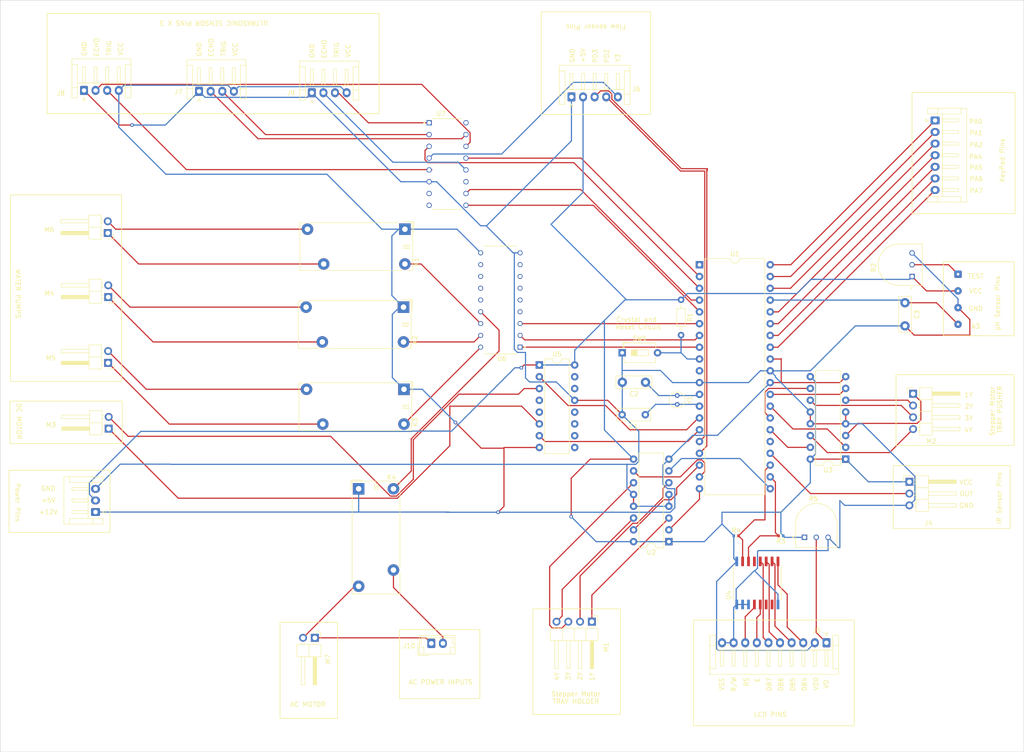
<source format=kicad_pcb>
(kicad_pcb (version 20211014) (generator pcbnew)
  (layers (0 "F.Cu" signal) (31 "B.Cu" signal) (34 "B.Paste" user) (35 "F.Paste" user) (36 "B.SilkS" user "B.Silkscreen") (37 "F.SilkS" user "F.Silkscreen") (38 "B.Mask" user) (39 "F.Mask" user) (44 "Edge.Cuts" user))
  (net 0 "")
  (net 1 "Net-(C1-Pad1)")
  (net 2 "GND")
  (net 3 "Net-(C2-Pad1)")
  (net 4 "Net-(C3-Pad1)")
  (net 5 "+12V")
  (net 6 "+5V")
  (net 7 "Net-(J2-Pad1)")
  (net 8 "Net-(J2-Pad2)")
  (net 9 "Net-(J2-Pad3)")
  (net 10 "Net-(J2-Pad4)")
  (net 11 "Net-(J2-Pad5)")
  (net 12 "Net-(J2-Pad6)")
  (net 13 "Net-(J2-Pad7)")
  (net 14 "Net-(J3-Pad1)")
  (net 15 "Net-(R1-Pad2)")
  (net 17 "Net-(K1-Pad3)")
  (net 18 "Net-(K1-Pad5)")
  (net 21 "Net-(M1-Pad1)")
  (net 22 "Net-(M1-Pad2)")
  (net 23 "Net-(M1-Pad3)")
  (net 24 "Net-(M1-Pad4)")
  (net 25 "Net-(M2-Pad1)")
  (net 26 "Net-(M2-Pad2)")
  (net 27 "Net-(M2-Pad3)")
  (net 28 "Net-(M2-Pad4)")
  (net 39 "Net-(J5-Pad6)")
  (net 40 "Net-(J5-Pad5)")
  (net 41 "Net-(J5-Pad4)")
  (net 42 "Net-(J5-Pad3)")
  (net 43 "Net-(J5-Pad1)")
  (net 44 "Net-(M3-Pad2)")
  (net 45 "Net-(M3-Pad1)")
  (net 46 "Net-(K2-Pad6)")
  (net 47 "Net-(K3-Pad6)")
  (net 48 "Net-(U1-Pad14)")
  (net 49 "Net-(U1-Pad15)")
  (net 50 "Net-(U1-Pad18)")
  (net 51 "Net-(U1-Pad19)")
  (net 52 "Net-(K2-Pad3)")
  (net 53 "Net-(K2-Pad5)")
  (net 54 "Net-(U1-Pad20)")
  (net 55 "Net-(U1-Pad21)")
  (net 56 "Net-(U1-Pad26)")
  (net 57 "Net-(U1-Pad27)")
  (net 58 "Net-(J5-Pad7)")
  (net 59 "Net-(J5-Pad8)")
  (net 60 "Net-(U1-Pad28)")
  (net 61 "Net-(K3-Pad3)")
  (net 62 "Net-(K3-Pad5)")
  (net 63 "Net-(U1-Pad29)")
  (net 64 "Net-(R3-Pad2)")
  (net 65 "Net-(R4-Pad2)")
  (net 66 "Net-(U1-Pad7)")
  (net 67 "Net-(U1-Pad8)")
  (net 69 "Net-(U1-Pad6)")
  (net 79 "Net-(K1-Pad6)")
  (net 80 "Net-(U1-Pad3)")
  (net 81 "Net-(U1-Pad4)")
  (net 82 "Net-(U1-Pad5)")
  (net 83 "Net-(J4-Pad2)")
  (net 84 "Net-(J6-Pad3)")
  (net 89 "Net-(J6-Pad4)")
  (net 90 "Net-(J6-Pad5)")
  (net 91 "Net-(J7-Pad3)")
  (net 92 "Net-(J7-Pad2)")
  (net 93 "Net-(J8-Pad2)")
  (net 94 "Net-(J8-Pad3)")
  (net 95 "Net-(J9-Pad2)")
  (net 96 "Net-(J9-Pad3)")
  (net 97 "Net-(U1-Pad2)")
  (net 98 "Net-(J10-Pad2)")
  (net 99 "Net-(K4-Pad3)")
  (net 100 "Net-(K4-Pad6)")
  (net 101 "Net-(J10-Pad1)")
  (footprint "Connector_PinHeader_2.54mm:PinHeader_1x04_P2.54mm_Horizontal" (layer "F.Cu") (at 393.6 343.625 -90)
    (fp_text reference "M1")
    (fp_text value "Stepper_Motor_bipolar")
  )
  (footprint "Package_DIP:DIP-16_W7.62mm" (layer "F.Cu") (at 410.2 326.375 180)
    (fp_text reference "U2")
    (fp_text value "L293D")
  )
  (footprint "Resistor_THT:R_Axial_DIN0204_L3.6mm_D1.6mm_P7.62mm_Horizontal" (layer "F.Cu") (at 412.82 274.25 -90)
    (fp_text reference "R1")
    (fp_text value "100k")
  )
  (footprint "Connector_JST:JST_EH_S7B-EH_1x07_P2.50mm_Horizontal" (layer "F.Cu") (at 467.5675 235.6 -90)
    (fp_text reference "J2")
    (fp_text value "Conn_01x07_Female")
  )
  (footprint "Connector_JST:JST_EH_B2B-EH-A_1x02_P2.50mm_Vertical" (layer "F.Cu") (at 359 348.3)
    (fp_text reference "J10")
    (fp_text value "Conn_01x02_Female")
  )
  (footprint "Connector_JST:JST_EH_S4B-EH_1x04_P2.50mm_Horizontal" (layer "F.Cu") (at 308.95 229.3325)
    (fp_text reference "J7")
    (fp_text value "Conn_01x04_Female")
  )
  (footprint "Connector_PinHeader_2.54mm:PinHeader_1x04_P2.54mm_Horizontal" (layer "F.Cu") (at 462.825 294.5)
    (fp_text reference "M2")
    (fp_text value "Stepper_Motor_bipolar")
  )
  (footprint "Relay_THT:Relay_1P1T_NO_10x24x18.8mm_Panasonic_ADW11xxxxW_THT" (layer "F.Cu") (at 353.0075 275.8425 -90)
    (fp_text reference "K2")
    (fp_text value "ADW11")
  )
  (footprint "Relay_THT:Relay_1P1T_NO_10x24x18.8mm_Panasonic_ADW11xxxxW_THT" (layer "F.Cu") (at 343.3425 314.9925)
    (fp_text reference "K4")
    (fp_text value "ADW11")
  )
  (footprint "Crystal:Crystal_C38-LF_D3.0mm_L8.0mm_Vertical" (layer "F.Cu") (at 411.99 294.89 -90)
    (fp_text reference "Y1")
    (fp_text value "16mhZ")
  )
  (footprint "Resistor_SMD:R_0402_1005Metric" (layer "F.Cu") (at 424.69 325.12)
    (fp_text reference "R4")
    (fp_text value "R_Small")
  )
  (footprint "Relay_THT:Relay_1P1T_NO_10x24x18.8mm_Panasonic_ADW11xxxxW_THT" (layer "F.Cu") (at 353.1075 293.5425 -90)
    (fp_text reference "K3")
    (fp_text value "ADW11")
  )
  (footprint "Connector_PinHeader_2.54mm:PinHeader_1x02_P2.54mm_Horizontal" (layer "F.Cu") (at 289.375 273.675 180)
    (fp_text reference "M4")
    (fp_text value "Motor_DC")
  )
  (footprint "Capacitor_THT:C_Disc_D7.5mm_W2.5mm_P5.00mm" (layer "F.Cu") (at 405.16 292.03 180)
    (fp_text reference "C2")
    (fp_text value "33pF")
  )
  (footprint "Connector_PinHeader_2.54mm:PinHeader_1x02_P2.54mm_Horizontal" (layer "F.Cu") (at 289.475 302.025 180)
    (fp_text reference "M3")
    (fp_text value "Motor_DC")
  )
  (footprint "Connector_JST:JST_EH_S3B-EH_1x03_P2.50mm_Horizontal" (layer "F.Cu") (at 286.6325 320 90)
    (fp_text reference "J1")
    (fp_text value "Conn_01x03_Female")
  )
  (footprint "Package_DIP:DIP-16_W7.62mm" (layer "F.Cu") (at 448.3 308.595 180)
    (fp_text reference "U3")
    (fp_text value "L293D")
  )
  (footprint "Package_DIP:DIP-16_W7.62mm" (layer "F.Cu") (at 382.28 288.305)
    (fp_text reference "U5")
    (fp_text value "L293D")
  )
  (footprint "variable resistor:TRIM_3352T-1-254LF" (layer "F.Cu") (at 441.96 322.58)
    (fp_text reference "R5")
    (fp_text value "3352T-1-254LF")
  )
  (footprint "variable resistor:TRIM_3352T-1-254LF" (layer "F.Cu") (at 459.74 266.7 90)
    (fp_text reference "R2")
    (fp_text value "3352T-1-254LF")
  )
  (footprint "Resistor_SMD:R_0402_1005Metric" (layer "F.Cu") (at 434.34 325.12 180)
    (fp_text reference "R3")
    (fp_text value "R_Small")
  )
  (footprint "Relay_THT:Relay_1P1T_NO_10x24x18.8mm_Panasonic_ADW11xxxxW_THT" (layer "F.Cu") (at 353.3075 259.0425 -90)
    (fp_text reference "K1")
    (fp_text value "ADW11")
  )
  (footprint "Connector_JST:JST_EH_S10B-EH_1x10_P2.50mm_Horizontal" (layer "F.Cu") (at 444.15 348.1675 180)
    (fp_text reference "J5")
    (fp_text value "Conn_01x07_Female")
  )
  (footprint "Capacitor_THT:C_Disc_D7.5mm_W2.5mm_P5.00mm" (layer "F.Cu") (at 461.08 274.885 -90)
    (fp_text reference "C3")
    (fp_text value "100uF")
  )
  (footprint "Connector_JST:JST_EH_S4B-EH_1x04_P2.50mm_Horizontal" (layer "F.Cu") (at 333.25 229.6325)
    (fp_text reference "J9")
    (fp_text value "Conn_01x04_Female")
  )
  (footprint "uln2803a:DIP850W46P254L2324H393Q18" (layer "F.Cu") (at 373.8875 274.3 180)
    (fp_text reference "U6")
    (fp_text value "ULN2803A")
  )
  (footprint "Connector_PinHeader_2.54mm:PinHeader_1x02_P2.54mm_Horizontal" (layer "F.Cu") (at 289.35 287.85 180)
    (fp_text reference "M5")
    (fp_text value "Motor_DC")
  )
  (footprint "waterpumps:DIP794W45P254L1969H508Q16" (layer "F.Cu") (at 362.5 245)
    (fp_text reference "U7")
    (fp_text value "4052")
  )
  (footprint "Connector_PinHeader_2.54mm:PinHeader_1x02_P2.54mm_Horizontal" (layer "F.Cu") (at 333.9 347.1 -90)
    (fp_text reference "M7")
    (fp_text value "Motor_AC")
  )
  (footprint "Connector_JST:JST_EH_S4B-EH_1x04_P2.50mm_Horizontal" (layer "F.Cu") (at 284.15 229.1325)
    (fp_text reference "J8")
    (fp_text value "Conn_01x04_Female")
  )
  (footprint "Connector_PinHeader_2.54mm:PinHeader_1x02_P2.54mm_Horizontal" (layer "F.Cu") (at 289.275 259.875 180)
    (fp_text reference "M6")
    (fp_text value "Motor_DC")
  )
  (footprint "Capacitor_THT:C_Disc_D7.0mm_W2.5mm_P5.00mm" (layer "F.Cu") (at 405.12 299.015 180)
    (fp_text reference "C1")
    (fp_text value "33pF")
  )
  (footprint "i2c part 3:SOIC127P1030X265-16N" (layer "F.Cu") (at 429.26 335.28 90)
    (fp_text reference "U4")
    (fp_text value "PCF8574A")
  )
  (footprint "Package_DIP:DIP-40_W15.24mm" (layer "F.Cu") (at 416.79 266.7)
    (fp_text reference "U1")
    (fp_text value "ATmega32-16P")
  )
  (footprint "Connector_PinHeader_2.54mm:PinHeader_1x03_P2.54mm_Horizontal" (layer "F.Cu") (at 462.025 313.475)
    (fp_text reference "J4")
    (fp_text value "Conn_01x03_Female")
  )
  (footprint "Button_Switch_THT:SW_DIP_SPSTx01_Slide_6.7x4.1mm_W7.62mm_P2.54mm_LowProfile" (layer "F.Cu") (at 400.13 285.68)
    (fp_text reference "SW1")
    (fp_text value "SW_DIP_x01")
  )
  (footprint "Connector_Wire:SolderWire-0.1sqmm_1x04_P3.6mm_D0.4mm_OD1mm" (layer "F.Cu") (at 472.51 268.745 -90)
    (fp_text reference "J3")
    (fp_text value "Conn_01x04_Female")
  )
  (footprint "Connector_JST:JST_EH_S5B-EH_1x05_P2.50mm_Horizontal" (layer "F.Cu") (at 389.2 230.5325)
    (fp_text reference "J6")
    (fp_text value "Conn_01x05_Female")
  )
  (gr_rect (start 382.7 212.2) (end 406.25 234.3) (layer "F.SilkS") (width 0.15) (fill none))
  (gr_rect (start 268.2 296.1) (end 292.4 305.25) (layer "F.SilkS") (width 0.15) (fill none))
  (gr_rect (start 326.4 343.75) (end 338.8 364.45) (layer "F.SilkS") (width 0.15) (fill none))
  (gr_rect (start 380.9 340.85) (end 399.75 363.6) (layer "F.SilkS") (width 0.15) (fill none))
  (gr_rect (start 458.55 310) (end 483.75 323.55) (layer "F.SilkS") (width 0.15) (fill none))
  (gr_rect (start 469.35 266.05) (end 484.6 282) (layer "F.SilkS") (width 0.15) (fill none))
  (gr_rect (start 268 311) (end 289.75 324.4) (layer "F.SilkS") (width 0.15) (fill none))
  (gr_rect (start 352.15 345.35) (end 369.45 360.2) (layer "F.SilkS") (width 0.15) (fill none))
  (gr_rect (start 276.2 212.55) (end 347.75 234.15) (layer "F.SilkS") (width 0.15) (fill none))
  (gr_rect (start 462.6 229.6) (end 484.8 255.7) (layer "F.SilkS") (width 0.15) (fill none))
  (gr_rect (start 459.15 290.4) (end 484.6 305.65) (layer "F.SilkS") (width 0.15) (fill none))
  (gr_rect (start 415.5 343.3) (end 450.15 366.05) (layer "F.SilkS") (width 0.15) (fill none))
  (gr_rect (start 268.3 251.65) (end 292.25 291.85) (layer "F.SilkS") (width 0.15) (fill none))
  (gr_rect (start 266.1 209.7) (end 486.7 371.7) (layer "Edge.Cuts") (width 0.1) (fill none))
  (gr_text "TEST" (at 476.32 269.17) (layer "F.SilkS") (effects (font (size 1 1))))
  (gr_text "VCC" (at 474.25 313.6) (layer "F.SilkS") (effects (font (size 1 1))))
  (gr_text "WATER PUMPS" (at 269.95 272.95 270) (layer "F.SilkS") (effects (font (size 1 1))))
  (gr_text "GND" (at 474.3 318.6) (layer "F.SilkS") (effects (font (size 1 1))))
  (gr_text "TRIG" (at 314.25 220.15 90) (layer "F.SilkS") (effects (font (size 1 1))))
  (gr_text "3Y" (at 474.85 299.75) (layer "F.SilkS") (effects (font (size 1 1))))
  (gr_text "Stepper Motor \nTRAY PUSHER" (at 480.7 297.9 90) (layer "F.SilkS") (effects (font (size 1 1))))
  (gr_text "PA2" (at 476.4 240.85) (layer "F.SilkS") (effects (font (size 1 1))))
  (gr_text "ECHO" (at 286.85 219.8 90) (layer "F.SilkS") (effects (font (size 1 1))))
  (gr_text "VCC" (at 476.32 272.345) (layer "F.SilkS") (effects (font (size 1 1))))
  (gr_text "Flow sensor Pins" (at 394.45 215.45 180) (layer "F.SilkS") (effects (font (size 1 1))))
  (gr_text "ECHO" (at 335.9 220.2 90) (layer "F.SilkS") (effects (font (size 1 1))))
  (gr_text "4Y" (at 386.05 355.4 90) (layer "F.SilkS") (effects (font (size 1 1))))
  (gr_text "DB6" (at 434.313776 357.124 90) (layer "F.SilkS") (effects (font (size 1 1))))
  (gr_text "2Y" (at 391.05 355.35 90) (layer "F.SilkS") (effects (font (size 1 1))))
  (gr_text "DB4" (at 439.42 357.124 90) (layer "F.SilkS") (effects (font (size 1 1))))
  (gr_text "VSS" (at 421.6 357.1 90) (layer "F.SilkS") (effects (font (size 1 1))))
  (gr_text "PA1" (at 476.4 238.3) (layer "F.SilkS") (effects (font (size 1 1))))
  (gr_text "KeyPad Pins" (at 482.05 244.2 90) (layer "F.SilkS") (effects (font (size 1 1))))
  (gr_text "VO" (at 444.1 357.1 90) (layer "F.SilkS") (effects (font (size 1 1))))
  (gr_text "VCC" (at 292.05 220.2 90) (layer "F.SilkS") (effects (font (size 1 1))))
  (gr_text "VCC" (at 341.1 220.6 90) (layer "F.SilkS") (effects (font (size 1 1))))
  (gr_text "VCC" (at 316.75 220.3 90) (layer "F.SilkS") (effects (font (size 1 1))))
  (gr_text "PA5" (at 476.4 245.75) (layer "F.SilkS") (effects (font (size 1 1))))
  (gr_text "3Y" (at 388.5 355.35 90) (layer "F.SilkS") (effects (font (size 1 1))))
  (gr_text "Power Pins" (at 269.9 317.95 270) (layer "F.SilkS") (effects (font (size 1 1))))
  (gr_text "GND" (at 284.25 220.2 90) (layer "F.SilkS") (effects (font (size 1 1))))
  (gr_text "1Y" (at 474.8 294.75) (layer "F.SilkS") (effects (font (size 1 1))))
  (gr_text "DC MOTOR" (at 270.15 300.45 270) (layer "F.SilkS") (effects (font (size 1 1))))
  (gr_text "PA4" (at 476.3 243.45) (layer "F.SilkS") (effects (font (size 1 1))))
  (gr_text "+5V" (at 391.696331 221.615325 90) (layer "F.SilkS") (effects (font (size 1 1))))
  (gr_text "A3" (at 476.32 279.965) (layer "F.SilkS") (effects (font (size 1 1))))
  (gr_text "2Y" (at 474.85 297.2) (layer "F.SilkS") (effects (font (size 1 1))))
  (gr_text "1Y" (at 393.65 355.45 90) (layer "F.SilkS") (effects (font (size 1 1))))
  (gr_text "TRIG" (at 338.6 220.45 90) (layer "F.SilkS") (effects (font (size 1 1))))
  (gr_text "pH Sensor Pins" (at 481.05 275 90) (layer "F.SilkS") (effects (font (size 1 1))))
  (gr_text "E" (at 429.3 356.2 90) (layer "F.SilkS") (effects (font (size 1 1))))
  (gr_text "R/W\n" (at 424.18 357.124 90) (layer "F.SilkS") (effects (font (size 1 1))))
  (gr_text "OUT" (at 474.3 316.05) (layer "F.SilkS") (effects (font (size 1 1))))
  (gr_text "Stepper Motor\nTRAY HOLDER" (at 390.15 360) (layer "F.SilkS") (effects (font (size 1 1))))
  (gr_text "ECHO" (at 311.55 219.9 90) (layer "F.SilkS") (effects (font (size 1 1))))
  (gr_text "+5V" (at 276.4725 317.46) (layer "F.SilkS") (effects (font (size 1 1))))
  (gr_text "PA7" (at 476.45 250.75) (layer "F.SilkS") (effects (font (size 1 1))))
  (gr_text "DB5" (at 436.88 357.124 90) (layer "F.SilkS") (effects (font (size 1 1))))
  (gr_text "RS" (at 426.9 356.6 90) (layer "F.SilkS") (effects (font (size 1 1))))
  (gr_text "GND" (at 333.3 220.6 90) (layer "F.SilkS") (effects (font (size 1 1))))
  (gr_text "VDD" (at 441.9 357 90) (layer "F.SilkS") (effects (font (size 1 1))))
  (gr_text "GND" (at 308.95 220.3 90) (layer "F.SilkS") (effects (font (size 1 1))))
  (gr_text "GND" (at 476.32 276.155) (layer "F.SilkS") (effects (font (size 1 1))))
  (gr_text "AC MOTOR" (at 332.4 361.45) (layer "F.SilkS") (effects (font (size 1 1))))
  (gr_text "IR Sensor Pins" (at 481.4 317 90) (layer "F.SilkS") (effects (font (size 1 1))))
  (gr_text "TRIG" (at 289.55 220.05 90) (layer "F.SilkS") (effects (font (size 1 1))))
  (gr_text "AC POWER INPUTS" (at 361 356.65) (layer "F.SilkS") (effects (font (size 1 1))))
  (gr_text "GND" (at 276.4725 314.92) (layer "F.SilkS") (effects (font (size 1 1))))
  (gr_text "PA6" (at 476.45 248.2) (layer "F.SilkS") (effects (font (size 1 1))))
  (gr_text "GND" (at 389.4 221.6325 90) (layer "F.SilkS") (effects (font (size 1 1))))
  (gr_text "Y3" (at 399.2 222.15 90) (layer "F.SilkS") (effects (font (size 1 1))))
  (gr_text "+12V" (at 276.4725 320) (layer "F.SilkS") (effects (font (size 1 1))))
  (gr_text "PA0" (at 476.35 235.85) (layer "F.SilkS") (effects (font (size 1 1))))
  (gr_text "4Y" (at 474.75 302.35) (layer "F.SilkS") (effects (font (size 1 1))))
  (gr_text "PD2" (at 396.8 221.7325 90) (layer "F.SilkS") (effects (font (size 1 1))))
  (gr_text "Crystal and \nReset Circuit" (at 403.6 279.3) (layer "F.SilkS") (effects (font (size 1 1))))
  (gr_text "LCD PINS" (at 432.05 363.65) (layer "F.SilkS") (effects (font (size 1 1))))
  (gr_text "ULTRASONIC SENSOR PINS X 3" (at 312.15 214.6 180) (layer "F.SilkS") (effects (font (size 1 1))))
  (gr_text "DB7" (at 431.8 357.124 90) (layer "F.SilkS") (effects (font (size 1 1))))
  (gr_text "PD3" (at 394.3 221.7325 90) (layer "F.SilkS") (effects (font (size 1 1))))
  (segment (start 407.345 296.79) (end 405.12 299.015) (width 0.25) (layer "B.Cu") (net 1))
  (segment (start 411.99 296.79) (end 407.345 296.79) (width 0.25) (layer "B.Cu") (net 1))
  (segment (start 411.99 296.79) (end 416.4 296.79) (width 0.25) (layer "B.Cu") (net 1))
  (segment (start 463.065 281.87) (end 475.05 281.87) (width 0.25) (layer "F.Cu") (net 2))
  (segment (start 291.6175 236.6) (end 284.15 229.1325) (width 0.25) (layer "F.Cu") (net 2))
  (segment (start 475.05 278.485) (end 472.51 275.945) (width 0.25) (layer "F.Cu") (net 2))
  (segment (start 397.03 295.925) (end 389.9 295.925) (width 0.25) (layer "F.Cu") (net 2))
  (segment (start 448.3 300.975) (end 448.3 298.435) (width 0.25) (layer "F.Cu") (net 2))
  (segment (start 440.68 298.435) (end 440.68 300.975) (width 0.25) (layer "F.Cu") (net 2))
  (segment (start 397.03 295.925) (end 400.12 299.015) (width 0.25) (layer "F.Cu") (net 2))
  (segment (start 461.08 279.885) (end 463.065 281.87) (width 0.25) (layer "F.Cu") (net 2))
  (segment (start 294.524511 236.6) (end 291.6175 236.6) (width 0.25) (layer "F.Cu") (net 2))
  (segment (start 402.58 316.215) (end 402.58 318.755) (width 0.25) (layer "F.Cu") (net 2))
  (segment (start 475.05 281.87) (end 475.05 278.485) (width 0.25) (layer "F.Cu") (net 2))
  (segment (start 440.68 300.975) (end 448.3 300.975) (width 0.25) (layer "F.Cu") (net 2))
  (via (at 294.524511 236.6) (size 0.8) (drill 0.4) (layers "F.Cu" "B.Cu") (net 2))
  (segment (start 428.7 332.7) (end 429.3 332.1) (width 0.25) (layer "B.Cu") (net 2))
  (segment (start 426.085 339.92) (end 427.355 339.92) (width 0.25) (layer "B.Cu") (net 2))
  (segment (start 463.199511 312.300489) (end 451.874022 300.975) (width 0.25) (layer "B.Cu") (net 2))
  (segment (start 403.704511 302.599511) (end 400.12 299.015) (width 0.25) (layer "B.Cu") (net 2))
  (segment (start 447.04 327.66) (end 446.71 327.66) (width 0.25) (layer "B.Cu") (net 2))
  (segment (start 446.71 327.66) (end 444.5 325.45) (width 0.25) (layer "B.Cu") (net 2))
  (segment (start 370.9 258.3) (end 389.2 240) (width 0.25) (layer "B.Cu") (net 2))
  (segment (start 410.985 292.1) (end 408.365 289.48) (width 0.25) (layer "B.Cu") (net 2))
  (segment (start 376.89 264.14) (end 378.1375 264.14) (width 0.25) (layer "B.Cu") (net 2))
  (segment (start 424.815 339.92) (end 424.15 340.585) (width 0.25) (layer "B.Cu") (net 2))
  (segment (start 401.159511 309.719511) (end 403.045789 309.719511) (width 0.25) (layer "B.Cu") (net 2))
  (segment (start 444.5 328.3) (end 444.5 325.45) (width 0.25) (layer "B.Cu") (net 2))
  (segment (start 450.365 279.885) (end 461.08 279.885) (width 0.25) (layer "B.Cu") (net 2))
  (segment (start 432.03 289.56) (end 433.154511 290.684511) (width 0.25) (layer "B.Cu") (net 2))
  (segment (start 433.154511 290.684511) (end 433.154511 290.909511) (width 0.25) (layer "B.Cu") (net 2))
  (segment (start 401.159511 309.719511) (end 401.159511 314.794511) (width 0.25) (layer "B.Cu") (net 2))
  (segment (start 301.6825 236.6) (end 294.524511 236.6) (width 0.25) (layer "B.Cu") (net 2))
  (segment (start 424.815 339.92) (end 426.085 339.92) (width 0.25) (layer "B.Cu") (net 2))
  (segment (start 385.944511 291.969511) (end 389.9 295.925) (width 0.25) (layer "B.Cu") (net 2))
  (segment (start 424.15 340.585) (end 424.15 348.1675) (width 0.25) (layer "B.Cu") (net 2))
  (segment (start 333.25 229.6325) (end 332.25048 230.63202) (width 0.25) (layer "B.Cu") (net 2))
  (segment (start 430.035 289.56) (end 432.03 289.56) (width 0.25) (layer "B.Cu") (net 2))
  (segment (start 416.79 292.1) (end 427.355 292.1) (width 0.25) (layer "B.Cu") (net 2))
  (segment (start 429.3 332.1) (end 429.3 328.5) (width 0.25) (layer "B.Cu") (net 2))
  (segment (start 400.13 285.68) (end 400.13 289.48) (width 0.25) (layer "B.Cu") (net 2))
  (segment (start 400.16 292.03) (end 400.16 298.975) (width 0.25) (layer "B.Cu") (net 2))
  (segment (start 286.6325 315) (end 291.952989 309.679511) (width 0.25) (layer "B.Cu") (net 2))
  (segment (start 379.3 291.1) (end 380.169511 291.969511) (width 0.25) (layer "B.Cu") (net 2))
  (segment (start 451.874022 300.975) (end 448.3 300.975) (width 0.25) (layer "B.Cu") (net 2))
  (segment (start 308.95 229.3325) (end 301.6825 236.6) (width 0.25) (layer "B.Cu") (net 2))
  (segment (start 429.5 328.3) (end 444.5 328.3) (width 0.25) (layer "B.Cu") (net 2))
  (segment (start 400.13 289.48) (end 400.13 292) (width 0.25) (layer "B.Cu") (net 2))
  (segment (start 433.705 337.705) (end 433.705 339.92) (width 0.25) (layer "B.Cu") (net 2))
  (segment (start 302.919511 309.719511) (end 401.159511 309.719511) (width 0.25) (layer "B.Cu") (net 2))
  (segment (start 389.2 240) (end 389.2 230.5325) (width 0.25) (layer "B.Cu") (net 2))
  (segment (start 428.625 332.625) (end 428.7 332.7) (width 0.25) (layer "B.Cu") (net 2))
  (segment (start 428.7 332.7) (end 433.705 337.705) (width 0.25) (layer "B.Cu") (net 2))
  (segment (start 410.2 316.215) (end 410.2 318.755) (width 0.25) (layer "B.Cu") (net 2))
  (segment (start 403.045789 309.719511) (end 403.704511 309.060789) (width 0.25) (layer "B.Cu") (net 2))
  (segment (start 370.9 258.3) (end 369.62204 258.3) (width 0.25) (layer "B.Cu") (net 2))
  (segment (start 424.75 336.5) (end 424.7 336.5) (width 0.25) (layer "B.Cu") (net 2))
  (segment (start 400.13 292) (end 400.16 292.03) (width 0.25) (layer "B.Cu") (net 2))
  (segment (start 432.03 289.56) (end 440.69 289.56) (width 0.25) (layer "B.Cu") (net 2))
  (segment (start 433.154511 290.909511) (end 440.68 298.435) (width 0.25) (layer "B.Cu") (net 2))
  (segment (start 380.169511 291.969511) (end 385.944511 291.969511) (width 0.25) (layer "B.Cu") (net 2))
  (segment (start 400.16 298.975) (end 400.12 299.015) (width 0.25) (layer "B.Cu") (net 2))
  (segment (start 402.58 318.755) (end 410.2 318.755) (width 0.25) (layer "B.Cu") (net 2))
  (segment (start 424.7 336.5) (end 424.7 339.805) (width 0.25) (layer "B.Cu") (net 2))
  (segment (start 427.355 292.1) (end 429.965 289.49) (width 0.25) (layer "B.Cu") (net 2))
  (segment (start 401.159511 314.794511) (end 402.58 316.215) (width 0.25) (layer "B.Cu") (net 2))
  (segment (start 429.965 289.49) (end 430.035 289.56) (width 0.25) (layer "B.Cu") (net 2))
  (segment (start 376.89 284.931522) (end 376.89 264.14) (width 0.25) (layer "B.Cu") (net 2))
  (segment (start 428.625 332.625) (end 424.75 336.5) (width 0.25) (layer "B.Cu") (net 2))
  (segment (start 424.15 348.1675) (end 421.65 348.1675) (width 0.25) (layer "B.Cu") (net 2))
  (segment (start 291.952989 309.679511) (end 302.879511 309.679511) (width 0.25) (layer "B.Cu") (net 2))
  (segment (start 358.53 248.81) (end 352.4275 248.81) (width 0.25) (layer "B.Cu") (net 2))
  (segment (start 447.04 317.53) (end 447.04 327.66) (width 0.25) (layer "B.Cu") (net 2))
  (segment (start 310.24952 230.63202) (end 308.95 229.3325) (width 0.25) (layer "B.Cu") (net 2))
  (segment (start 448.065 318.555) (end 447.04 317.53) (width 0.25) (layer "B.Cu") (net 2))
  (segment (start 379.3 285.6) (end 379.3 291.1) (width 0.25) (layer "B.Cu") (net 2))
  (segment (start 462.61 264.16) (end 472.51 274.06) (width 0.25) (layer "B.Cu") (net 2))
  (segment (start 403.704511 309.060789) (end 403.704511 302.599511) (width 0.25) (layer "B.Cu") (net 2))
  (segment (start 416.79 292.1) (end 410.985 292.1) (width 0.25) (layer "B.Cu") (net 2))
  (segment (start 408.365 289.48) (end 400.13 289.48) (width 0.25) (layer "B.Cu") (net 2))
  (segment (start 424.7 339.805) (end 424.815 339.92) (width 0.25) (layer "B.Cu") (net 2))
  (segment (start 462.025 318.555) (end 463.199511 317.380489) (width 0.25) (layer "B.Cu") (net 2))
  (segment (start 369.62204 258.3) (end 360.13204 248.81) (width 0.25) (layer "B.Cu") (net 2))
  (segment (start 332.25048 230.63202) (end 310.24952 230.63202) (width 0.25) (layer "B.Cu") (net 2))
  (segment (start 463.199511 317.380489) (end 463.199511 312.300489) (width 0.25) (layer "B.Cu") (net 2))
  (segment (start 352.4275 248.81) (end 333.25 229.6325) (width 0.25) (layer "B.Cu") (net 2))
  (segment (start 360.13204 248.81) (end 358.53 248.81) (width 0.25) (layer "B.Cu") (net 2))
  (segment (start 376.64 264.14) (end 376.89 264.14) (width 0.25) (layer "B.Cu") (net 2))
  (segment (start 377.558478 285.6) (end 376.89 284.931522) (width 0.25) (layer "B.Cu") (net 2))
  (segment (start 472.51 274.06) (end 472.51 275.945) (width 0.25) (layer "B.Cu") (net 2))
  (segment (start 370.85 258.35) (end 376.64 264.14) (width 0.25) (layer "B.Cu") (net 2))
  (segment (start 440.69 289.56) (end 450.365 279.885) (width 0.25) (layer "B.Cu") (net 2))
  (segment (start 462.025 318.555) (end 448.065 318.555) (width 0.25) (layer "B.Cu") (net 2))
  (segment (start 379.3 285.6) (end 377.558478 285.6) (width 0.25) (layer "B.Cu") (net 2))
  (segment (start 429.3 328.5) (end 429.5 328.3) (width 0.25) (layer "B.Cu") (net 2))
  (segment (start 411.99 294.89) (end 416.54 294.89) (width 0.25) (layer "B.Cu") (net 3))
  (segment (start 411.99 294.89) (end 408.02 294.89) (width 0.25) (layer "B.Cu") (net 3))
  (segment (start 408.02 294.89) (end 405.16 292.03) (width 0.25) (layer "B.Cu") (net 3))
  (segment (start 461.08 274.885) (end 467.85 274.885) (width 0.25) (layer "F.Cu") (net 4))
  (segment (start 467.85 274.885) (end 472.51 279.545) (width 0.25) (layer "F.Cu") (net 4))
  (segment (start 432.03 274.32) (end 460.515 274.32) (width 0.25) (layer "B.Cu") (net 4))
  (segment (start 434.34 287.02) (end 432.03 287.02) (width 0.25) (layer "F.Cu") (net 5))
  (segment (start 432.03 292.1) (end 434.34 292.1) (width 0.25) (layer "F.Cu") (net 5))
  (segment (start 374.66 318.76) (end 373.38 320.04) (width 0.25) (layer "F.Cu") (net 5))
  (segment (start 369.764408 306.24) (end 374.66 306.24) (width 0.25) (layer "F.Cu") (net 5))
  (segment (start 374.66 306.085) (end 382.28 306.085) (width 0.25) (layer "F.Cu") (net 5))
  (segment (start 434.34 292.1) (end 434.41 292.03) (width 0.25) (layer "F.Cu") (net 5))
  (segment (start 434.41 286.95) (end 434.34 287.02) (width 0.25) (layer "F.Cu") (net 5))
  (segment (start 364.224408 300.7) (end 369.764408 306.24) (width 0.25) (layer "F.Cu") (net 5))
  (segment (start 447.015 292.1) (end 434.34 292.1) (width 0.25) (layer "F.Cu") (net 5))
  (segment (start 434.41 292.03) (end 434.41 286.95) (width 0.25) (layer "F.Cu") (net 5))
  (segment (start 374.66 306.085) (end 374.66 306.24) (width 0.25) (layer "F.Cu") (net 5))
  (segment (start 448.3 290.815) (end 447.015 292.1) (width 0.25) (layer "F.Cu") (net 5))
  (segment (start 374.66 306.24) (end 374.66 318.76) (width 0.25) (layer "F.Cu") (net 5))
  (via (at 364.2 300.7) (size 0.8) (drill 0.4) (layers "F.Cu" "B.Cu") (net 5))
  (via (at 373.38 320.04) (size 0.8) (drill 0.4) (layers "F.Cu" "B.Cu") (net 5))
  (segment (start 420.67 303.46) (end 415.335 303.46) (width 0.25) (layer "B.Cu") (net 5))
  (segment (start 350.6 291.035) (end 350.6 277.4) (width 0.25) (layer "B.Cu") (net 5))
  (segment (start 350.6 277.4) (end 352.1575 275.8425) (width 0.25) (layer "B.Cu") (net 5))
  (segment (start 353.1075 293.5425) (end 350.6 291.035) (width 0.25) (layer "B.Cu") (net 5))
  (segment (start 408.915 313.9803) (end 409.8947 314.96) (width 0.25) (layer "B.Cu") (net 5))
  (segment (start 336.5 247.2) (end 348.3425 259.0425) (width 0.25) (layer "B.Cu") (net 5))
  (segment (start 343.3425 314.9925) (end 343.3425 319.8575) (width 0.25) (layer "B.Cu") (net 5))
  (segment (start 409.8947 314.96) (end 411.48 314.96) (width 0.25) (layer "B.Cu") (net 5))
  (segment (start 373.38 320.04) (end 362.26 320.04) (width 0.25) (layer "B.Cu") (net 5))
  (segment (start 410.2 308.595) (end 408.915 309.88) (width 0.25) (layer "B.Cu") (net 5))
  (segment (start 343.2 320) (end 286.6325 320) (width 0.25) (layer "B.Cu") (net 5))
  (segment (start 364.54 259.0425) (end 369.6375 264.14) (width 0.25) (layer "B.Cu") (net 5))
  (segment (start 340.75 229.6325) (end 339.45048 228.33298) (width 0.25) (layer "B.Cu") (net 5))
  (segment (start 353.3075 259.0425) (end 364.54 259.0425) (width 0.25) (layer "B.Cu") (net 5))
  (segment (start 357.0425 293.5425) (end 353.1075 293.5425) (width 0.25) (layer "B.Cu") (net 5))
  (segment (start 353.0075 275.8425) (end 350.5 273.335) (width 0.25) (layer "B.Cu") (net 5))
  (segment (start 362.8325 320) (end 343.2 320) (width 0.25) (layer "B.Cu") (net 5))
  (segment (start 411.48 314.96) (end 411.48 319.0653) (width 0.25) (layer "B.Cu") (net 5))
  (segment (start 350.5 260.5) (end 351.9575 259.0425) (width 0.25) (layer "B.Cu") (net 5))
  (segment (start 410.5053 320.04) (end 373.38 320.04) (width 0.25) (layer "B.Cu") (net 5))
  (segment (start 291.65 229.1325) (end 291.65 237.05) (width 0.25) (layer "B.Cu") (net 5))
  (segment (start 301.8 247.2) (end 336.5 247.2) (width 0.25) (layer "B.Cu") (net 5))
  (segment (start 415.335 303.46) (end 410.2 308.595) (width 0.25) (layer "B.Cu") (net 5))
  (segment (start 315.15048 228.03298) (end 292.74952 228.03298) (width 0.25) (layer "B.Cu") (net 5))
  (segment (start 292.74952 228.03298) (end 291.65 229.1325) (width 0.25) (layer "B.Cu") (net 5))
  (segment (start 316.45 229.3325) (end 315.15048 228.03298) (width 0.25) (layer "B.Cu") (net 5))
  (segment (start 317.44952 228.33298) (end 316.45 229.3325) (width 0.25) (layer "B.Cu") (net 5))
  (segment (start 351.9575 259.0425) (end 353.3075 259.0425) (width 0.25) (layer "B.Cu") (net 5))
  (segment (start 291.65 237.05) (end 301.8 247.2) (width 0.25) (layer "B.Cu") (net 5))
  (segment (start 350.5 273.335) (end 350.5 260.5) (width 0.25) (layer "B.Cu") (net 5))
  (segment (start 339.45048 228.33298) (end 317.44952 228.33298) (width 0.25) (layer "B.Cu") (net 5))
  (segment (start 348.3425 259.0425) (end 353.3075 259.0425) (width 0.25) (layer "B.Cu") (net 5))
  (segment (start 411.48 319.0653) (end 410.5053 320.04) (width 0.25) (layer "B.Cu") (net 5))
  (segment (start 364.2 300.7) (end 357.0425 293.5425) (width 0.25) (layer "B.Cu") (net 5))
  (segment (start 408.915 309.88) (end 408.915 313.9803) (width 0.25) (layer "B.Cu") (net 5))
  (segment (start 352.1575 275.8425) (end 353.0075 275.8425) (width 0.25) (layer "B.Cu") (net 5))
  (segment (start 343.3425 319.8575) (end 343.2 320) (width 0.25) (layer "B.Cu") (net 5))
  (segment (start 432.03 292.1) (end 420.67 303.46) (width 0.25) (layer "B.Cu") (net 5))
  (segment (start 378.4 288.9) (end 378.995 288.305) (width 0.25) (layer "F.Cu") (net 6))
  (segment (start 378.995 288.305) (end 382.28 288.305) (width 0.25) (layer "F.Cu") (net 6))
  (segment (start 393.255 308.595) (end 402.58 308.595) (width 0.25) (layer "F.Cu") (net 6))
  (segment (start 389.15 312.7) (end 393.255 308.595) (width 0.25) (layer "F.Cu") (net 6))
  (segment (start 465.715 272.345) (end 462.61 269.24) (width 0.25) (layer "F.Cu") (net 6))
  (segment (start 440.68 308.595) (end 448.3 308.595) (width 0.25) (layer "F.Cu") (net 6))
  (segment (start 472.51 272.345) (end 465.715 272.345) (width 0.25) (layer "F.Cu") (net 6))
  (segment (start 389.15 321) (end 389.15 312.7) (width 0.25) (layer "F.Cu") (net 6))
  (via (at 378.4 288.9) (size 0.8) (drill 0.4) (layers "F.Cu" "B.Cu") (net 6))
  (via (at 389.15 321) (size 0.8) (drill 0.4) (layers "F.Cu" "B.Cu") (net 6))
  (segment (start 437.795489 272.904511) (end 440.83952 269.86048) (width 0.25) (layer "B.Cu") (net 6))
  (segment (start 420.8 349.8) (end 440.0175 349.8) (width 0.25) (layer "B.Cu") (net 6))
  (segment (start 412.82 274.25) (end 414.165489 272.904511) (width 0.25) (layer "B.Cu") (net 6))
  (segment (start 384.8 258) (end 401.05 274.25) (width 0.25) (layer "B.Cu") (net 6))
  (segment (start 424.18 325.12) (end 421.64 322.58) (width 0.25) (layer "B.Cu") (net 6))
  (segment (start 296.395489 302.617011) (end 285.33298 313.67952) (width 0.25) (layer "B.Cu") (net 6))
  (segment (start 354.8 302.55) (end 363.374614 302.55) (width 0.25) (layer "B.Cu") (net 6))
  (segment (start 435.18 325.45) (end 439.42 325.45) (width 0.25) (layer "B.Cu") (net 6))
  (segment (start 420.47548 334.97952) (end 420.47548 349.47548) (width 0.25) (layer "B.Cu") (net 6))
  (segment (start 420.47548 349.47548) (end 420.8 349.8) (width 0.25) (layer "B.Cu") (net 6))
  (segment (start 440.0175 349.8) (end 441.65 348.1675) (width 0.25) (layer "B.Cu") (net 6))
  (segment (start 434.34 324.61) (end 434.85 325.12) (width 0.25) (layer "B.Cu") (net 6))
  (segment (start 441.66048 269.86048) (end 461.98952 269.86048) (width 0.25) (layer "B.Cu") (net 6))
  (segment (start 440.83952 269.86048) (end 441.66048 269.86048) (width 0.25) (layer "B.Cu") (net 6))
  (segment (start 424.815 330.64) (end 420.47548 334.97952) (width 0.25) (layer "B.Cu") (net 6))
  (segment (start 394.525 326.375) (end 389.15 321) (width 0.25) (layer "B.Cu") (net 6))
  (segment (start 401.05 274.25) (end 412.82 274.25) (width 0.25) (layer "B.Cu") (net 6))
  (segment (start 453.18 313.475) (end 448.3 308.595) (width 0.25) (layer "B.Cu") (net 6))
  (segment (start 434.85 325.12) (end 435.18 325.45) (width 0.25) (layer "B.Cu") (net 6))
  (segment (start 396.31 278.695) (end 396.31 302.325) (width 0.25) (layer "B.Cu") (net 6))
  (segment (start 391.7 251.1) (end 391.7 230.5325) (width 0.25) (layer "B.Cu") (net 6))
  (segment (start 354.8 302.55) (end 354.732989 302.617011) (width 0.25) (layer "B.Cu") (net 6))
  (segment (start 434.34 320.04) (end 434.34 324.61) (width 0.25) (layer "B.Cu") (net 6))
  (segment (start 396.31 302.325) (end 402.58 308.595) (width 0.25) (layer "B.Cu") (net 6))
  (segment (start 441.804511 307.470489) (end 440.68 308.595) (width 0.25) (layer "B.Cu") (net 6))
  (segment (start 424.18 330.005) (end 424.815 330.64) (width 0.25) (layer "B.Cu") (net 6))
  (segment (start 363.374614 302.55) (end 377.024614 288.9) (width 0.25) (layer "B.Cu") (net 6))
  (segment (start 421.64 320.04) (end 434.34 320.04) (width 0.25) (layer "B.Cu") (net 6))
  (segment (start 354.732989 302.617011) (end 296.395489 302.617011) (width 0.25) (layer "B.Cu") (net 6))
  (segment (start 402.58 326.375) (end 410.2 326.375) (width 0.25) (layer "B.Cu") (net 6))
  (segment (start 402.58 326.375) (end 394.525 326.375) (width 0.25) (layer "B.Cu") (net 6))
  (segment (start 377.024614 288.9) (end 378.4 288.9) (width 0.25) (layer "B.Cu") (net 6))
  (segment (start 285.33298 316.20048) (end 286.6325 317.5) (width 0.25) (layer "B.Cu") (net 6))
  (segment (start 424.18 325.12) (end 424.18 330.005) (width 0.25) (layer "B.Cu") (net 6))
  (segment (start 462.025 313.475) (end 453.18 313.475) (width 0.25) (layer "B.Cu") (net 6))
  (segment (start 440.70452 269.86048) (end 441.66048 269.86048) (width 0.25) (layer "B.Cu") (net 6))
  (segment (start 389.9 288.305) (end 389.9 285.105) (width 0.25) (layer "B.Cu") (net 6))
  (segment (start 421.64 322.58) (end 421.64 320.04) (width 0.25) (layer "B.Cu") (net 6))
  (segment (start 440.68 313.7) (end 440.68 308.595) (width 0.25) (layer "B.Cu") (net 6))
  (segment (start 382.28 288.305) (end 389.9 288.305) (width 0.25) (layer "B.Cu") (net 6))
  (segment (start 417.845 326.375) (end 421.64 322.58) (width 0.25) (layer "B.Cu") (net 6))
  (segment (start 441.804511 291.939511) (end 441.804511 307.470489) (width 0.25) (layer "B.Cu") (net 6))
  (segment (start 285.33298 313.67952) (end 285.33298 316.20048) (width 0.25) (layer "B.Cu") (net 6))
  (segment (start 434.34 320.04) (end 440.68 313.7) (width 0.25) (layer "B.Cu") (net 6))
  (segment (start 440.68 290.815) (end 441.804511 291.939511) (width 0.25) (layer "B.Cu") (net 6))
  (segment (start 396.31 278.695) (end 400.755 274.25) (width 0.25) (layer "B.Cu") (net 6))
  (segment (start 400.755 274.25) (end 401.05 274.25) (width 0.25) (layer "B.Cu") (net 6))
  (segment (start 389.9 285.105) (end 396.31 278.695) (width 0.25) (layer "B.Cu") (net 6))
  (segment (start 410.2 326.375) (end 417.845 326.375) (width 0.25) (layer "B.Cu") (net 6))
  (segment (start 384.8 258) (end 391.7 251.1) (width 0.25) (layer "B.Cu") (net 6))
  (segment (start 414.165489 272.904511) (end 437.795489 272.904511) (width 0.25) (layer "B.Cu") (net 6))
  (segment (start 461.98952 269.86048) (end 462.61 269.24) (width 0.25) (layer "B.Cu") (net 6))
  (segment (start 436.4675 266.7) (end 467.5675 235.6) (width 0.25) (layer "F.Cu") (net 7))
  (segment (start 432.03 266.7) (end 436.4675 266.7) (width 0.25) (layer "F.Cu") (net 7))
  (segment (start 432.03 269.24) (end 436.4275 269.24) (width 0.25) (layer "F.Cu") (net 8))
  (segment (start 436.4275 269.24) (end 467.5675 238.1) (width 0.25) (layer "F.Cu") (net 8))
  (segment (start 432.03 271.78) (end 436.3875 271.78) (width 0.25) (layer "F.Cu") (net 9))
  (segment (start 436.3875 271.78) (end 467.5675 240.6) (width 0.25) (layer "F.Cu") (net 9))
  (segment (start 433.8075 276.86) (end 467.5675 243.1) (width 0.25) (layer "F.Cu") (net 10))
  (segment (start 432.03 276.86) (end 433.8075 276.86) (width 0.25) (layer "F.Cu") (net 10))
  (segment (start 432.03 279.4) (end 433.7675 279.4) (width 0.25) (layer "F.Cu") (net 11))
  (segment (start 433.7675 279.4) (end 467.5675 245.6) (width 0.25) (layer "F.Cu") (net 11))
  (segment (start 432.03 281.94) (end 433.7275 281.94) (width 0.25) (layer "F.Cu") (net 12))
  (segment (start 433.7275 281.94) (end 467.5675 248.1) (width 0.25) (layer "F.Cu") (net 12))
  (segment (start 433.6875 284.48) (end 467.5675 250.6) (width 0.25) (layer "F.Cu") (net 13))
  (segment (start 432.03 284.48) (end 433.6875 284.48) (width 0.25) (layer "F.Cu") (net 13))
  (segment (start 470.465 266.7) (end 462.61 266.7) (width 0.25) (layer "F.Cu") (net 14))
  (segment (start 472.51 268.745) (end 470.465 266.7) (width 0.25) (layer "F.Cu") (net 14))
  (segment (start 414.16 287.02) (end 416.79 287.02) (width 0.25) (layer "B.Cu") (net 15))
  (segment (start 412.82 285.68) (end 407.75 285.68) (width 0.25) (layer "B.Cu") (net 15))
  (segment (start 412.82 285.68) (end 414.16 287.02) (width 0.25) (layer "B.Cu") (net 15))
  (segment (start 412.82 281.87) (end 412.82 285.68) (width 0.25) (layer "B.Cu") (net 15))
  (segment (start 332.3075 259.0425) (end 290.9825 259.0425) (width 0.25) (layer "F.Cu") (net 17))
  (segment (start 290.9825 259.0425) (end 289.275 257.335) (width 0.25) (layer "F.Cu") (net 17))
  (segment (start 335.8075 266.5425) (end 295.9425 266.5425) (width 0.25) (layer "F.Cu") (net 18))
  (segment (start 295.9425 266.5425) (end 289.275 259.875) (width 0.25) (layer "F.Cu") (net 18))
  (segment (start 393.6 337.895) (end 393.6 343.625) (width 0.25) (layer "F.Cu") (net 21))
  (segment (start 410.2 321.295) (end 393.6 337.895) (width 0.25) (layer "F.Cu") (net 21))
  (segment (start 408.94 314.935) (end 408.94 316.839282) (width 0.25) (layer "F.Cu") (net 22))
  (segment (start 391.06 333.7647) (end 391.06 343.625) (width 0.25) (layer "F.Cu") (net 22))
  (segment (start 402.405189 322.419511) (end 391.06 333.7647) (width 0.25) (layer "F.Cu") (net 22))
  (segment (start 408.94 316.839282) (end 403.359771 322.419511) (width 0.25) (layer "F.Cu") (net 22))
  (segment (start 410.2 313.675) (end 408.94 314.935) (width 0.25) (layer "F.Cu") (net 22))
  (segment (start 403.359771 322.419511) (end 402.405189 322.419511) (width 0.25) (layer "F.Cu") (net 22))
  (segment (start 385.1 345) (end 387.145 345) (width 0.25) (layer "F.Cu") (net 23))
  (segment (start 384.5 331.755) (end 384.5 344.4) (width 0.25) (layer "F.Cu") (net 23))
  (segment (start 387.145 345) (end 388.52 343.625) (width 0.25) (layer "F.Cu") (net 23))
  (segment (start 402.58 313.675) (end 384.5 331.755) (width 0.25) (layer "F.Cu") (net 23))
  (segment (start 384.5 344.4) (end 385.1 345) (width 0.25) (layer "F.Cu") (net 23))
  (segment (start 387.2 342.405) (end 385.98 343.625) (width 0.25) (layer "F.Cu") (net 24))
  (segment (start 402.58 321.295) (end 387.2 336.675) (width 0.25) (layer "F.Cu") (net 24))
  (segment (start 387.2 336.675) (end 387.2 342.405) (width 0.25) (layer "F.Cu") (net 24))
  (segment (start 463.7 300.9) (end 464.5 300.1) (width 0.25) (layer "F.Cu") (net 25))
  (segment (start 450.915 300.9) (end 463.7 300.9) (width 0.25) (layer "F.Cu") (net 25))
  (segment (start 464.5 296.175) (end 462.825 294.5) (width 0.25) (layer "F.Cu") (net 25))
  (segment (start 448.3 303.515) (end 450.915 300.9) (width 0.25) (layer "F.Cu") (net 25))
  (segment (start 464.5 300.1) (end 464.5 296.175) (width 0.25) (layer "F.Cu") (net 25))
  (segment (start 448.3 295.895) (end 461.68 295.895) (width 0.25) (layer "F.Cu") (net 26))
  (segment (start 461.68 295.895) (end 462.825 297.04) (width 0.25) (layer "F.Cu") (net 26))
  (segment (start 460.264511 297.019511) (end 462.825 299.58) (width 0.25) (layer "F.Cu") (net 27))
  (segment (start 440.68 295.895) (end 441.804511 297.019511) (width 0.25) (layer "F.Cu") (net 27))
  (segment (start 441.804511 297.019511) (end 460.264511 297.019511) (width 0.25) (layer "F.Cu") (net 27))
  (segment (start 440.68 303.515) (end 444.344511 307.179511) (width 0.25) (layer "F.Cu") (net 28))
  (segment (start 457.765489 307.179511) (end 462.825 302.12) (width 0.25) (layer "F.Cu") (net 28))
  (segment (start 444.344511 307.179511) (end 457.765489 307.179511) (width 0.25) (layer "F.Cu") (net 28))
  (segment (start 430.51952 331.26452) (end 430.51952 347.03702) (width 0.25) (layer "F.Cu") (net 39))
  (segment (start 429.895 330.64) (end 430.51952 331.26452) (width 0.25) (layer "F.Cu") (net 39))
  (segment (start 430.51952 347.03702) (end 431.65 348.1675) (width 0.25) (layer "F.Cu") (net 39))
  (segment (start 431.81048 345.82798) (end 434.15 348.1675) (width 0.25) (layer "F.Cu") (net 40))
  (segment (start 431.165 330.64) (end 431.81048 331.28548) (width 0.25) (layer "F.Cu") (net 40))
  (segment (start 431.81048 331.28548) (end 431.81048 345.82798) (width 0.25) (layer "F.Cu") (net 40))
  (segment (start 432.435 330.64) (end 433.05952 331.26452) (width 0.25) (layer "F.Cu") (net 41))
  (segment (start 433.05952 344.57702) (end 436.65 348.1675) (width 0.25) (layer "F.Cu") (net 41))
  (segment (start 433.05952 331.26452) (end 433.05952 344.57702) (width 0.25) (layer "F.Cu") (net 41))
  (segment (start 433.705 335.705) (end 435.7 337.7) (width 0.25) (layer "F.Cu") (net 42))
  (segment (start 435.7 344.8) (end 439.0675 348.1675) (width 0.25) (layer "F.Cu") (net 42))
  (segment (start 433.705 330.64) (end 433.705 335.705) (width 0.25) (layer "F.Cu") (net 42))
  (segment (start 439.0675 348.1675) (end 439.15 348.1675) (width 0.25) (layer "F.Cu") (net 42))
  (segment (start 435.7 337.7) (end 435.7 344.8) (width 0.25) (layer "F.Cu") (net 42))
  (segment (start 441.96 325.45) (end 441.96 345.9775) (width 0.25) (layer "F.Cu") (net 43))
  (segment (start 441.96 345.9775) (end 444.15 348.1675) (width 0.25) (layer "F.Cu") (net 43))
  (segment (start 382.28 293.385) (end 379.01 293.385) (width 0.25) (layer "F.Cu") (net 44))
  (segment (start 379.01 293.385) (end 377.7975 294.5975) (width 0.25) (layer "F.Cu") (net 44))
  (segment (start 364.938218 294.5975) (end 355.131531 304.404187) (width 0.25) (layer "F.Cu") (net 44))
  (segment (start 350.190315 316.567011) (end 337.3 303.676696) (width 0.25) (layer "F.Cu") (net 44))
  (segment (start 355.131531 304.404187) (end 355.131531 312.930165) (width 0.25) (layer "F.Cu") (net 44))
  (segment (start 377.7975 294.5975) (end 364.938218 294.5975) (width 0.25) (layer "F.Cu") (net 44))
  (segment (start 355.131531 312.930165) (end 351.494685 316.567011) (width 0.25) (layer "F.Cu") (net 44))
  (segment (start 351.494685 316.567011) (end 350.190315 316.567011) (width 0.25) (layer "F.Cu") (net 44))
  (segment (start 293.666696 303.676696) (end 289.475 299.485) (width 0.25) (layer "F.Cu") (net 44))
  (segment (start 337.3 303.676696) (end 293.666696 303.676696) (width 0.25) (layer "F.Cu") (net 44))
  (segment (start 351.680882 317.016531) (end 304.466531 317.016531) (width 0.25) (layer "F.Cu") (net 45))
  (segment (start 382.28 301.005) (end 378.455 297.18) (width 0.25) (layer "F.Cu") (net 45))
  (segment (start 378.455 297.18) (end 362.991436 297.18) (width 0.25) (layer "F.Cu") (net 45))
  (segment (start 304.466531 317.016531) (end 289.475 302.025) (width 0.25) (layer "F.Cu") (net 45))
  (segment (start 362.991436 297.18) (end 362.991436 305.705977) (width 0.25) (layer "F.Cu") (net 45))
  (segment (start 362.991436 305.705977) (end 351.680882 317.016531) (width 0.25) (layer "F.Cu") (net 45))
  (segment (start 353.0075 283.3425) (end 368.215 283.3425) (width 0.25) (layer "F.Cu") (net 46))
  (segment (start 368.215 283.3425) (end 369.6375 281.92) (width 0.25) (layer "F.Cu") (net 46))
  (segment (start 353.1075 301.0425) (end 369.6375 284.5125) (width 0.25) (layer "F.Cu") (net 47))
  (segment (start 369.6375 284.5125) (end 369.6375 284.46) (width 0.25) (layer "F.Cu") (net 47))
  (segment (start 401.7747 302.26) (end 414.02 302.26) (width 0.25) (layer "F.Cu") (net 48))
  (segment (start 396.564211 297.049511) (end 388.484511 297.049511) (width 0.25) (layer "F.Cu") (net 48))
  (segment (start 416.56 299.72) (end 416.79 299.72) (width 0.25) (layer "F.Cu") (net 48))
  (segment (start 396.564211 297.049511) (end 401.7747 302.26) (width 0.25) (layer "F.Cu") (net 48))
  (segment (start 388.484511 297.049511) (end 382.28 290.845) (width 0.25) (layer "F.Cu") (net 48))
  (segment (start 414.02 302.26) (end 416.56 299.72) (width 0.25) (layer "F.Cu") (net 48))
  (segment (start 414.25 304.8) (end 416.79 302.26) (width 0.25) (layer "F.Cu") (net 49))
  (segment (start 382.28 303.545) (end 383.535 304.8) (width 0.25) (layer "F.Cu") (net 49))
  (segment (start 383.535 304.8) (end 414.25 304.8) (width 0.25) (layer "F.Cu") (net 49))
  (segment (start 409.075489 317.339511) (end 402.58 323.835) (width 0.25) (layer "F.Cu") (net 50))
  (segment (start 410.665789 317.339511) (end 409.075489 317.339511) (width 0.25) (layer "F.Cu") (net 50))
  (segment (start 411.870489 314.799511) (end 411.870489 316.134811) (width 0.25) (layer "F.Cu") (net 50))
  (segment (start 411.870489 316.134811) (end 410.665789 317.339511) (width 0.25) (layer "F.Cu") (net 50))
  (segment (start 416.79 309.88) (end 411.870489 314.799511) (width 0.25) (layer "F.Cu") (net 50))
  (segment (start 417.914511 311.295489) (end 417.914511 309.414211) (width 0.25) (layer "F.Cu") (net 51))
  (segment (start 416.324211 308.755489) (end 412.6597 312.42) (width 0.25) (layer "F.Cu") (net 51))
  (segment (start 403.865 312.42) (end 402.58 311.135) (width 0.25) (layer "F.Cu") (net 51))
  (segment (start 416.79 312.42) (end 417.914511 311.295489) (width 0.25) (layer "F.Cu") (net 51))
  (segment (start 412.6597 312.42) (end 403.865 312.42) (width 0.25) (layer "F.Cu") (net 51))
  (segment (start 417.255789 308.755489) (end 416.324211 308.755489) (width 0.25) (layer "F.Cu") (net 51))
  (segment (start 417.914511 309.414211) (end 417.255789 308.755489) (width 0.25) (layer "F.Cu") (net 51))
  (segment (start 294.0825 275.8425) (end 289.375 271.135) (width 0.25) (layer "F.Cu") (net 52))
  (segment (start 332.0075 275.8425) (end 294.0825 275.8425) (width 0.25) (layer "F.Cu") (net 52))
  (segment (start 299.0425 283.3425) (end 289.375 273.675) (width 0.25) (layer "F.Cu") (net 53))
  (segment (start 335.5075 283.3425) (end 299.0425 283.3425) (width 0.25) (layer "F.Cu") (net 53))
  (segment (start 416.79 314.96) (end 416.79 317.245) (width 0.25) (layer "F.Cu") (net 54))
  (segment (start 416.79 317.245) (end 410.2 323.835) (width 0.25) (layer "F.Cu") (net 54))
  (segment (start 425.534511 308.464511) (end 412.895489 308.464511) (width 0.25) (layer "B.Cu") (net 55))
  (segment (start 412.895489 308.464511) (end 411.48 309.88) (width 0.25) (layer "B.Cu") (net 55))
  (segment (start 411.48 309.88) (end 411.455 309.88) (width 0.25) (layer "B.Cu") (net 55))
  (segment (start 432.03 314.96) (end 425.534511 308.464511) (width 0.25) (layer "B.Cu") (net 55))
  (segment (start 411.455 309.88) (end 410.2 311.135) (width 0.25) (layer "B.Cu") (net 55))
  (segment (start 432.03 302.26) (end 435.825 306.055) (width 0.25) (layer "F.Cu") (net 56))
  (segment (start 435.825 306.055) (end 440.68 306.055) (width 0.25) (layer "F.Cu") (net 56))
  (segment (start 430.905489 294.174211) (end 431.7247 293.355) (width 0.25) (layer "F.Cu") (net 57))
  (segment (start 432.03 299.72) (end 430.905489 298.595489) (width 0.25) (layer "F.Cu") (net 57))
  (segment (start 431.7247 293.355) (end 440.68 293.355) (width 0.25) (layer "F.Cu") (net 57))
  (segment (start 430.905489 298.595489) (end 430.905489 294.174211) (width 0.25) (layer "F.Cu") (net 57))
  (segment (start 429.895 339.92) (end 429.895 342.005) (width 0.25) (layer "F.Cu") (net 58))
  (segment (start 429.15 342.75) (end 429.15 348.1675) (width 0.25) (layer "F.Cu") (net 58))
  (segment (start 429.895 342.005) (end 429.15 342.75) (width 0.25) (layer "F.Cu") (net 58))
  (segment (start 426.65 342.55) (end 426.65 348.1675) (width 0.25) (layer "F.Cu") (net 59))
  (segment (start 428.625 340.575) (end 426.65 342.55) (width 0.25) (layer "F.Cu") (net 59))
  (segment (start 428.625 339.92) (end 428.625 340.575) (width 0.25) (layer "F.Cu") (net 59))
  (segment (start 444.344511 302.099511) (end 448.3 306.055) (width 0.25) (layer "F.Cu") (net 60))
  (segment (start 436.949511 302.099511) (end 444.344511 302.099511) (width 0.25) (layer "F.Cu") (net 60))
  (segment (start 432.03 297.18) (end 436.949511 302.099511) (width 0.25) (layer "F.Cu") (net 60))
  (segment (start 332.1075 293.5425) (end 297.5825 293.5425) (width 0.25) (layer "F.Cu") (net 61))
  (segment (start 297.5825 293.5425) (end 289.35 285.31) (width 0.25) (layer "F.Cu") (net 61))
  (segment (start 302.5425 301.0425) (end 289.35 287.85) (width 0.25) (layer "F.Cu") (net 62))
  (segment (start 335.6075 301.0425) (end 302.5425 301.0425) (width 0.25) (layer "F.Cu") (net 62))
  (segment (start 447.015 294.64) (end 448.3 293.355) (width 0.25) (layer "F.Cu") (net 63))
  (segment (start 432.03 294.64) (end 447.015 294.64) (width 0.25) (layer "F.Cu") (net 63))
  (segment (start 433.154511 313.544511) (end 432.03 312.42) (width 0.25) (layer "F.Cu") (net 64))
  (segment (start 429.840663 325.12) (end 427.355 327.605663) (width 0.25) (layer "F.Cu") (net 64))
  (segment (start 433.83 325.12) (end 433.154511 324.444511) (width 0.25) (layer "F.Cu") (net 64))
  (segment (start 427.355 327.605663) (end 427.355 330.64) (width 0.25) (layer "F.Cu") (net 64))
  (segment (start 433.83 325.12) (end 429.840663 325.12) (width 0.25) (layer "F.Cu") (net 64))
  (segment (start 433.154511 324.444511) (end 433.154511 313.544511) (width 0.25) (layer "F.Cu") (net 64))
  (segment (start 432.03 309.88) (end 430.905489 311.004511) (width 0.25) (layer "F.Cu") (net 65))
  (segment (start 425.2 325.12) (end 428.634511 321.685489) (width 0.25) (layer "F.Cu") (net 65))
  (segment (start 425.2 325.12) (end 426.085 326.005) (width 0.25) (layer "F.Cu") (net 65))
  (segment (start 426.085 326.005) (end 426.085 330.64) (width 0.25) (layer "F.Cu") (net 65))
  (segment (start 430.905489 311.004511) (end 430.905489 321.685489) (width 0.25) (layer "F.Cu") (net 65))
  (segment (start 428.634511 321.685489) (end 430.905489 321.685489) (width 0.25) (layer "F.Cu") (net 65))
  (segment (start 379.112011 282.894511) (end 378.1375 281.92) (width 0.25) (layer "F.Cu") (net 66))
  (segment (start 416.79 281.94) (end 415.835489 282.894511) (width 0.25) (layer "F.Cu") (net 66))
  (segment (start 415.835489 282.894511) (end 379.112011 282.894511) (width 0.25) (layer "F.Cu") (net 66))
  (segment (start 378.1375 284.46) (end 416.77 284.46) (width 0.25) (layer "F.Cu") (net 67))
  (segment (start 416.79 279.4) (end 378.1575 279.4) (width 0.25) (layer "F.Cu") (net 69))
  (segment (start 378.1575 279.4) (end 378.1375 279.38) (width 0.25) (layer "F.Cu") (net 69))
  (segment (start 356.8 266.5425) (end 369.6375 279.38) (width 0.25) (layer "F.Cu") (net 79))
  (segment (start 353.3075 266.5425) (end 356.8 266.5425) (width 0.25) (layer "F.Cu") (net 79))
  (segment (start 416.79 271.78) (end 389.71 244.7) (width 0.25) (layer "F.Cu") (net 80))
  (segment (start 357.640489 242.079511) (end 358.53 241.19) (width 0.25) (layer "F.Cu") (net 80))
  (segment (start 357.640489 244.098449) (end 357.640489 242.079511) (width 0.25) (layer "F.Cu") (net 80))
  (segment (start 358.24204 244.7) (end 357.640489 244.098449) (width 0.25) (layer "F.Cu") (net 80))
  (segment (start 389.71 244.7) (end 358.24204 244.7) (width 0.25) (layer "F.Cu") (net 80))
  (segment (start 416.79 274.32) (end 415.02 274.32) (width 0.25) (layer "F.Cu") (net 81))
  (segment (start 391.2 250.5) (end 367.32 250.5) (width 0.25) (layer "F.Cu") (net 81))
  (segment (start 367.32 250.5) (end 366.47 251.35) (width 0.25) (layer "F.Cu") (net 81))
  (segment (start 415.02 274.32) (end 391.2 250.5) (width 0.25) (layer "F.Cu") (net 81))
  (segment (start 393.908878 253.89) (end 366.47 253.89) (width 0.25) (layer "F.Cu") (net 82))
  (segment (start 416.79 276.86) (end 416.79 276.771122) (width 0.25) (layer "F.Cu") (net 82))
  (segment (start 416.79 276.771122) (end 393.908878 253.89) (width 0.25) (layer "F.Cu") (net 82))
  (segment (start 440.705 316.015) (end 432.03 307.34) (width 0.25) (layer "F.Cu") (net 83))
  (segment (start 462.025 316.015) (end 440.705 316.015) (width 0.25) (layer "F.Cu") (net 83))
  (segment (start 418.5 246) (end 412.881478 246) (width 0.25) (layer "F.Cu") (net 84))
  (segment (start 397.18346 229.23298) (end 397.3 229.34952) (width 0.25) (layer "F.Cu") (net 84))
  (segment (start 418.5 246.328062) (end 418.5 246) (width 0.25) (layer "F.Cu") (net 84))
  (segment (start 395.49952 229.23298) (end 397.18346 229.23298) (width 0.25) (layer "F.Cu") (net 84))
  (segment (start 418.364031 246.250053) (end 418.364031 246.464031) (width 0.25) (layer "F.Cu") (net 84))
  (segment (start 418.364031 246.464031) (end 418.364031 305.765969) (width 0.25) (layer "F.Cu") (net 84))
  (segment (start 418.364031 305.765969) (end 416.79 307.34) (width 0.25) (layer "F.Cu") (net 84))
  (segment (start 397.34952 229.34952) (end 397.3 229.34952) (width 0.25) (layer "F.Cu") (net 84))
  (segment (start 412.881478 246) (end 397.9 231.018522) (width 0.25) (layer "F.Cu") (net 84))
  (segment (start 418.364031 246.464031) (end 418.5 246.328062) (width 0.25) (layer "F.Cu") (net 84))
  (segment (start 397.9 229.9) (end 397.34952 229.34952) (width 0.25) (layer "F.Cu") (net 84))
  (segment (start 397.9 231.018522) (end 397.9 229.9) (width 0.25) (layer "F.Cu") (net 84))
  (segment (start 394.2 230.5325) (end 395.49952 229.23298) (width 0.25) (layer "F.Cu") (net 84))
  (segment (start 417.914511 246.514511) (end 412.714511 246.514511) (width 0.25) (layer "F.Cu") (net 89))
  (segment (start 417.914511 303.675489) (end 416.79 304.8) (width 0.25) (layer "F.Cu") (net 89))
  (segment (start 396.7325 230.5325) (end 396.7 230.5325) (width 0.25) (layer "F.Cu") (net 89))
  (segment (start 412.714511 246.514511) (end 396.7325 230.5325) (width 0.25) (layer "F.Cu") (net 89))
  (segment (start 417.914511 246.514511) (end 417.914511 303.675489) (width 0.25) (layer "F.Cu") (net 89))
  (segment (start 359.419511 242.840489) (end 374.159511 242.840489) (width 0.25) (layer "B.Cu") (net 90))
  (segment (start 396.0675 227.4) (end 399.2 230.5325) (width 0.25) (layer "B.Cu") (net 90))
  (segment (start 374.159511 242.840489) (end 389.6 227.4) (width 0.25) (layer "B.Cu") (net 90))
  (segment (start 358.53 243.73) (end 359.419511 242.840489) (width 0.25) (layer "B.Cu") (net 90))
  (segment (start 389.6 227.4) (end 396.0675 227.4) (width 0.25) (layer "B.Cu") (net 90))
  (segment (start 358.53 238.65) (end 323.2675 238.65) (width 0.25) (layer "F.Cu") (net 91))
  (segment (start 323.2675 238.65) (end 313.95 229.3325) (width 0.25) (layer "F.Cu") (net 91))
  (segment (start 321.657011 239.539511) (end 311.45 229.3325) (width 0.25) (layer "F.Cu") (net 92))
  (segment (start 365.580489 239.539511) (end 321.657011 239.539511) (width 0.25) (layer "F.Cu") (net 92))
  (segment (start 366.47 238.65) (end 365.580489 239.539511) (width 0.25) (layer "F.Cu") (net 92))
  (segment (start 287.94952 227.83298) (end 356.93298 227.83298) (width 0.25) (layer "F.Cu") (net 93))
  (segment (start 367.359511 240.300489) (end 366.47 241.19) (width 0.25) (layer "F.Cu") (net 93))
  (segment (start 367.359511 238.259511) (end 367.359511 240.300489) (width 0.25) (layer "F.Cu") (net 93))
  (segment (start 286.65 229.1325) (end 287.94952 227.83298) (width 0.25) (layer "F.Cu") (net 93))
  (segment (start 356.93298 227.83298) (end 367.359511 238.259511) (width 0.25) (layer "F.Cu") (net 93))
  (segment (start 289.15 229.1325) (end 306.2175 246.2) (width 0.25) (layer "F.Cu") (net 94))
  (segment (start 306.2175 246.2) (end 359.1 246.2) (width 0.25) (layer "F.Cu") (net 94))
  (segment (start 366.47 246.27) (end 364.819511 244.619511) (width 0.25) (layer "B.Cu") (net 95))
  (segment (start 350.737011 244.619511) (end 335.75 229.6325) (width 0.25) (layer "B.Cu") (net 95))
  (segment (start 364.819511 244.619511) (end 350.737011 244.619511) (width 0.25) (layer "B.Cu") (net 95))
  (segment (start 345.441478 236.11) (end 338.963978 229.6325) (width 0.25) (layer "F.Cu") (net 96))
  (segment (start 338.963978 229.6325) (end 338.25 229.6325) (width 0.25) (layer "F.Cu") (net 96))
  (segment (start 358.53 236.11) (end 345.441478 236.11) (width 0.25) (layer "F.Cu") (net 96))
  (segment (start 391.28 243.73) (end 366.47 243.73) (width 0.25) (layer "F.Cu") (net 97))
  (segment (start 416.79 269.24) (end 391.28 243.73) (width 0.25) (layer "F.Cu") (net 97))
  (segment (start 350.8425 336.2625) (end 350.8425 332.4925) (width 0.25) (layer "F.Cu") (net 98))
  (segment (start 350.8425 336.2625) (end 361.5 346.92) (width 0.25) (layer "F.Cu") (net 98))
  (segment (start 361.5 346.92) (end 361.5 348.3) (width 0.25) (layer "F.Cu") (net 98))
  (segment (start 343.3425 335.9925) (end 342.4675 335.9925) (width 0.25) (layer "F.Cu") (net 99))
  (segment (start 342.4675 335.9925) (end 331.36 347.1) (width 0.25) (layer "F.Cu") (net 99))
  (segment (start 350.8425 314.9925) (end 354.682011 311.152989) (width 0.25) (layer "F.Cu") (net 100))
  (segment (start 354.682011 311.152989) (end 354.682011 304.217989) (width 0.25) (layer "F.Cu") (net 100))
  (segment (start 354.682011 304.217989) (end 373.6 285.3) (width 0.25) (layer "F.Cu") (net 100))
  (segment (start 373.6 280.8025) (end 369.6375 276.84) (width 0.25) (layer "F.Cu") (net 100))
  (segment (start 373.6 285.3) (end 373.6 280.8025) (width 0.25) (layer "F.Cu") (net 100))
  (segment (start 357.8 347.1) (end 359 348.3) (width 0.25) (layer "F.Cu") (net 101))
  (segment (start 333.9 347.1) (end 357.8 347.1) (width 0.25) (layer "F.Cu") (net 101))
)
</source>
